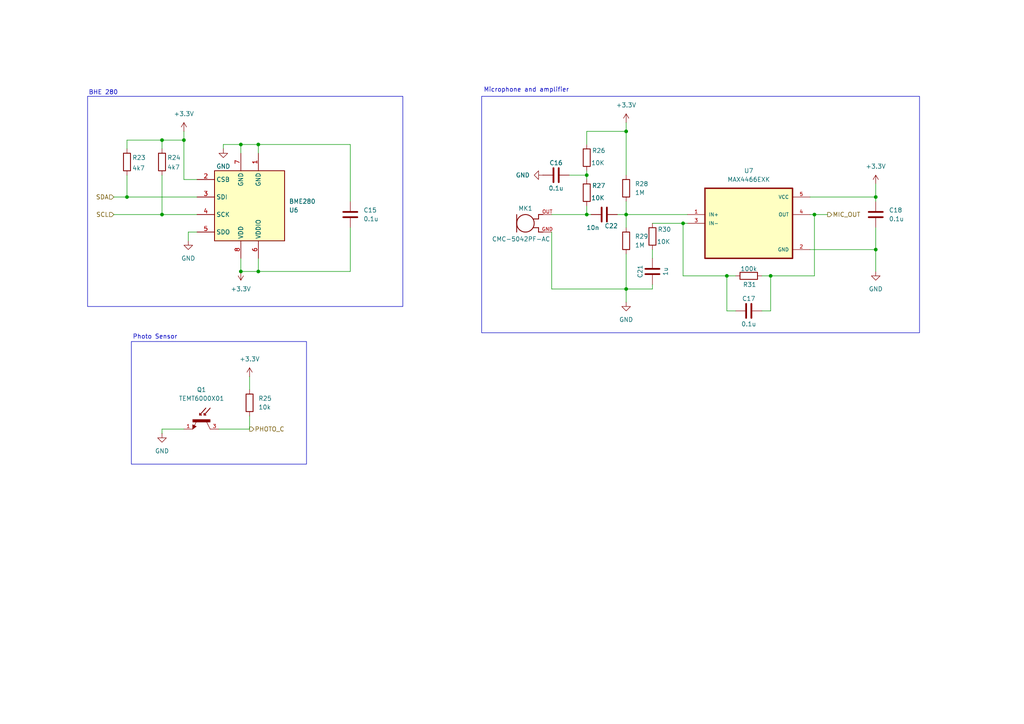
<source format=kicad_sch>
(kicad_sch (version 20250114) (generator "eeschema") (generator_version "9.0")
  (paper "A4")
  (lib_symbols
    (symbol "CMC-5042PF-AC:CMC-5042PF-AC" (pin_names (offset 1.016))
      (property "Reference" "MK" (at -2.5424 5.0848 0))
      (property "Value" "CMC-5042PF-AC" (at -2.5442 -6.3606 0))
      (symbol "CMC-5042PF-AC_0_0"
        (polyline (pts (xy -2.54 2.54) (xy -2.54 -2.54)) (stroke (width 0.254)))
        (circle (center 0 0) (radius 2.54) (stroke (width 0.254)))
        (polyline (pts (xy 3.81 2.54) (xy 3.81 1.27)) (stroke (width 0.254)))
        (polyline (pts (xy 3.81 1.27) (xy 2.2352 1.27)) (stroke (width 0.254)))
        (polyline (pts (xy 3.81 -1.27) (xy 2.2352 -1.27)) (stroke (width 0.254)))
        (polyline (pts (xy 3.81 -2.54) (xy 3.81 -1.27)) (stroke (width 0.254)))
        (polyline (pts (xy 5.08 2.54) (xy 3.81 2.54)) (stroke (width 0.254)))
        (polyline (pts (xy 5.08 -2.54) (xy 3.81 -2.54)) (stroke (width 0.254)))
        (pin output line (at 7.62 2.54 180) (length 2.54) (name "~") (number "OUT"))
        (pin power_in line (at 7.62 -2.54 180) (length 2.54) (name "~") (number "GND"))
      )
    )
    (symbol "Device:C" (pin_numbers (hide yes)) (pin_names (offset 0.254))
      (property "Reference" "C" (at 0.635 2.54 0))
      (property "Value" "C" (at 0.635 -2.54 0))
      (symbol "C_0_1"
        (polyline (pts (xy -2.032 0.762) (xy 2.032 0.762)) (stroke (width 0.508)))
        (polyline (pts (xy -2.032 -0.762) (xy 2.032 -0.762)) (stroke (width 0.508)))
      )
      (symbol "C_1_1"
        (pin passive line (at 0 3.81 270) (length 2.794) (name "~") (number "1"))
        (pin passive line (at 0 -3.81 90) (length 2.794) (name "~") (number "2"))
      )
    )
    (symbol "Device:R" (pin_numbers (hide yes)) (pin_names (offset 0))
      (property "Reference" "R" (at 2.032 0 90))
      (property "Value" "R" (at 0 0 90))
      (symbol "R_0_1"
        (rectangle (start -1.016 -2.54) (end 1.016 2.54) (stroke (width 0.254)))
      )
      (symbol "R_1_1"
        (pin passive line (at 0 3.81 270) (length 1.27) (name "~") (number "1"))
        (pin passive line (at 0 -3.81 90) (length 1.27) (name "~") (number "2"))
      )
    )
    (symbol "MAX4466EXK:MAX4466EXK" (pin_names (offset 1.016))
      (property "Reference" "U" (at -12.7 11.16 0))
      (property "Value" "MAX4466EXK" (at -12.7 -14.16 0))
      (symbol "MAX4466EXK_0_0"
        (rectangle (start -12.7 -10.16) (end 12.7 10.16) (stroke (width 0.41)) (fill (type background)))
        (pin input line (at -17.78 2.54 0) (length 5.08) (name "IN+") (number "1"))
        (pin input line (at -17.78 0 0) (length 5.08) (name "IN-") (number "3"))
        (pin power_in line (at 17.78 7.62 180) (length 5.08) (name "VCC") (number "5"))
        (pin output line (at 17.78 2.54 180) (length 5.08) (name "OUT") (number "4"))
        (pin power_in line (at 17.78 -7.62 180) (length 5.08) (name "GND") (number "2"))
      )
    )
    (symbol "Sensor:BME280"
      (property "Reference" "U" (at -8.89 11.43 0))
      (property "Value" "BME280" (at 7.62 11.43 0))
      (symbol "BME280_0_1"
        (rectangle (start -10.16 10.16) (end 10.16 -10.16) (stroke (width 0.254)) (fill (type background)))
      )
      (symbol "BME280_1_1"
        (pin power_in line (at -2.54 15.24 270) (length 5.08) (name "VDDIO") (number "6"))
        (pin power_in line (at -2.54 -15.24 90) (length 5.08) (name "GND") (number "1"))
        (pin power_in line (at 2.54 15.24 270) (length 5.08) (name "VDD") (number "8"))
        (pin power_in line (at 2.54 -15.24 90) (length 5.08) (name "GND") (number "7"))
        (pin bidirectional line (at 15.24 7.62 180) (length 5.08) (name "SDO") (number "5"))
        (pin input line (at 15.24 2.54 180) (length 5.08) (name "SCK") (number "4"))
        (pin bidirectional line (at 15.24 -2.54 180) (length 5.08) (name "SDI") (number "3"))
        (pin input line (at 15.24 -7.62 180) (length 5.08) (name "CSB") (number "2"))
      )
    )
    (symbol "TEMT6000X01:TEMT6000X01" (pin_names (offset 1.016))
      (property "Reference" "Q" (at 5.0999 0 0))
      (property "Value" "TEMT6000X01" (at 5.0887 -2.5444 0))
      (symbol "TEMT6000X01_0_0"
        (polyline (pts (xy -3.556 2.54) (xy -1.524 0.762)) (stroke (width 0.254)))
        (polyline (pts (xy -3.556 1.27) (xy -1.524 -0.508)) (stroke (width 0.254)))
        (polyline (pts (xy -2.032 0.762) (xy -1.524 1.27)) (stroke (width 0.254)))
        (polyline (pts (xy -2.032 -0.508) (xy -1.524 0)) (stroke (width 0.254)))
        (polyline (pts (xy -1.524 1.27) (xy -1.524 0.762)) (stroke (width 0.254)))
        (polyline (pts (xy -1.524 0.762) (xy -2.032 0.762)) (stroke (width 0.254)))
        (polyline (pts (xy -1.524 0) (xy -1.524 -0.508)) (stroke (width 0.254)))
        (polyline (pts (xy -1.524 -0.508) (xy -2.032 -0.508)) (stroke (width 0.254)))
        (rectangle (start -0.2547 -2.5468) (end 0.508 2.54) (stroke (width 0.1)) (fill (type outline)))
        (polyline (pts (xy 1.27 -2.54) (xy 1.778 -1.524)) (stroke (width 0.1524)))
        (polyline (pts (xy 1.524 -2.286) (xy 1.905 -2.286)) (stroke (width 0.254)))
        (polyline (pts (xy 1.524 -2.413) (xy 2.286 -2.413)) (stroke (width 0.254)))
        (polyline (pts (xy 1.54 -2.04) (xy 0.308 -1.424)) (stroke (width 0.1524)))
        (polyline (pts (xy 1.778 -1.524) (xy 2.54 -2.54)) (stroke (width 0.1524)))
        (polyline (pts (xy 1.778 -1.778) (xy 1.524 -2.286)) (stroke (width 0.254)))
        (polyline (pts (xy 1.905 -2.286) (xy 1.778 -2.032)) (stroke (width 0.254)))
        (polyline (pts (xy 2.286 -2.413) (xy 1.778 -1.778)) (stroke (width 0.254)))
        (polyline (pts (xy 2.54 2.54) (xy 0.508 1.524)) (stroke (width 0.1524)))
        (polyline (pts (xy 2.54 -2.54) (xy 1.27 -2.54)) (stroke (width 0.1524)))
        (pin passive line (at 2.54 5.08 270) (length 2.54) (name "~") (number "3"))
        (pin passive line (at 2.54 -5.08 90) (length 2.54) (name "~") (number "1"))
      )
    )
    (symbol "power:+3.3V" (power) (pin_numbers (hide yes)) (pin_names (offset 0) (hide yes))
      (property "Value" "+3.3V" (at 0 3.556 0))
      (symbol "+3.3V_0_1"
        (polyline (pts (xy -0.762 1.27) (xy 0 2.54)))
        (polyline (pts (xy 0 2.54) (xy 0.762 1.27)))
        (polyline (pts (xy 0 0) (xy 0 2.54)))
      )
      (symbol "+3.3V_1_1"
        (pin power_in line (at 0 0 90) (length 0) (name "~") (number "1"))
      )
    )
    (symbol "power:GND" (power) (pin_numbers (hide yes)) (pin_names (offset 0) (hide yes))
      (property "Value" "GND" (at 0 -3.81 0))
      (symbol "GND_0_1"
        (polyline (pts (xy 0 0) (xy 0 -1.27) (xy 1.27 -1.27) (xy 0 -2.54) (xy -1.27 -1.27) (xy 0 -1.27)))
      )
      (symbol "GND_1_1"
        (pin power_in line (at 0 0 270) (length 0) (name "~") (number "1"))
      )
    )
  )
  (rectangle (start 25.4 27.94) (end 116.84 88.9))
  (rectangle (start 139.7 27.94) (end 266.7 96.52))
  (rectangle (start 38.1 99.06) (end 88.9 134.62))
  (text "Microphone and amplifier " (at 153.162 26.162 0) (effects (font (size 1.27 1.27))))
  (text "Photo Sensor \n" (at 45.466 97.79 0) (effects (font (size 1.27 1.27))))
  (text "BHE 280\n" (at 29.972 26.924 0) (effects (font (size 1.27 1.27))))
  (junction (at 53.34 40.64))
  (junction (at 254 72.39))
  (junction (at 69.85 78.74))
  (junction (at 36.83 57.15))
  (junction (at 74.93 41.91))
  (junction (at 46.99 62.23))
  (junction (at 170.18 50.8))
  (junction (at 46.99 40.64))
  (junction (at 69.85 41.91))
  (junction (at 170.18 62.23))
  (junction (at 181.61 83.82))
  (junction (at 223.52 80.01))
  (junction (at 210.82 80.01))
  (junction (at 181.61 62.23))
  (junction (at 198.12 64.77))
  (junction (at 74.93 78.74))
  (junction (at 236.22 62.23))
  (junction (at 254 57.15))
  (junction (at 181.61 38.1))
  (wire (pts (xy 189.23 72.39) (xy 189.23 74.93)))
  (wire (pts (xy 170.18 38.1) (xy 170.18 41.91)))
  (wire (pts (xy 74.93 78.74) (xy 101.6 78.74)))
  (wire (pts (xy 69.85 41.91) (xy 74.93 41.91)))
  (wire (pts (xy 213.36 90.17) (xy 210.82 90.17)))
  (wire (pts (xy 57.15 67.31) (xy 54.61 67.31)))
  (wire (pts (xy 181.61 73.66) (xy 181.61 83.82)))
  (wire (pts (xy 210.82 90.17) (xy 210.82 80.01)))
  (wire (pts (xy 234.95 62.23) (xy 236.22 62.23)))
  (wire (pts (xy 36.83 40.64) (xy 46.99 40.64)))
  (wire (pts (xy 165.1 50.8) (xy 170.18 50.8)))
  (wire (pts (xy 181.61 58.42) (xy 181.61 62.23)))
  (wire (pts (xy 63.5 124.46) (xy 72.39 124.46)))
  (wire (pts (xy 223.52 80.01) (xy 223.52 90.17)))
  (wire (pts (xy 46.99 50.8) (xy 46.99 62.23)))
  (wire (pts (xy 69.85 78.74) (xy 74.93 78.74)))
  (wire (pts (xy 101.6 41.91) (xy 101.6 58.42)))
  (wire (pts (xy 236.22 80.01) (xy 236.22 62.23)))
  (wire (pts (xy 46.99 40.64) (xy 46.99 43.18)))
  (wire (pts (xy 189.23 82.55) (xy 189.23 83.82)))
  (wire (pts (xy 160.02 62.23) (xy 170.18 62.23)))
  (wire (pts (xy 181.61 62.23) (xy 199.39 62.23)))
  (wire (pts (xy 46.99 124.46) (xy 53.34 124.46)))
  (wire (pts (xy 64.77 41.91) (xy 69.85 41.91)))
  (wire (pts (xy 198.12 80.01) (xy 210.82 80.01)))
  (wire (pts (xy 181.61 38.1) (xy 181.61 50.8)))
  (wire (pts (xy 170.18 49.53) (xy 170.18 50.8)))
  (wire (pts (xy 36.83 57.15) (xy 57.15 57.15)))
  (wire (pts (xy 69.85 44.45) (xy 69.85 41.91)))
  (wire (pts (xy 254 72.39) (xy 254 78.74)))
  (wire (pts (xy 64.77 43.18) (xy 64.77 41.91)))
  (wire (pts (xy 179.07 62.23) (xy 181.61 62.23)))
  (wire (pts (xy 198.12 64.77) (xy 199.39 64.77)))
  (wire (pts (xy 69.85 74.93) (xy 69.85 78.74)))
  (wire (pts (xy 181.61 38.1) (xy 170.18 38.1)))
  (wire (pts (xy 36.83 43.18) (xy 36.83 40.64)))
  (wire (pts (xy 223.52 80.01) (xy 236.22 80.01)))
  (wire (pts (xy 160.02 83.82) (xy 181.61 83.82)))
  (wire (pts (xy 254 57.15) (xy 254 58.42)))
  (wire (pts (xy 74.93 41.91) (xy 101.6 41.91)))
  (wire (pts (xy 36.83 50.8) (xy 36.83 57.15)))
  (wire (pts (xy 236.22 62.23) (xy 240.03 62.23)))
  (wire (pts (xy 33.02 62.23) (xy 46.99 62.23)))
  (wire (pts (xy 254 72.39) (xy 234.95 72.39)))
  (wire (pts (xy 74.93 74.93) (xy 74.93 78.74)))
  (wire (pts (xy 181.61 62.23) (xy 181.61 66.04)))
  (wire (pts (xy 72.39 124.46) (xy 72.39 120.65)))
  (wire (pts (xy 74.93 41.91) (xy 74.93 44.45)))
  (wire (pts (xy 220.98 90.17) (xy 223.52 90.17)))
  (wire (pts (xy 213.36 80.01) (xy 210.82 80.01)))
  (wire (pts (xy 160.02 67.31) (xy 160.02 83.82)))
  (wire (pts (xy 254 66.04) (xy 254 72.39)))
  (wire (pts (xy 170.18 62.23) (xy 171.45 62.23)))
  (wire (pts (xy 54.61 67.31) (xy 54.61 69.85)))
  (wire (pts (xy 46.99 40.64) (xy 53.34 40.64)))
  (wire (pts (xy 234.95 57.15) (xy 254 57.15)))
  (wire (pts (xy 254 53.34) (xy 254 57.15)))
  (wire (pts (xy 189.23 64.77) (xy 198.12 64.77)))
  (wire (pts (xy 170.18 50.8) (xy 170.18 52.07)))
  (wire (pts (xy 181.61 87.63) (xy 181.61 83.82)))
  (wire (pts (xy 220.98 80.01) (xy 223.52 80.01)))
  (wire (pts (xy 170.18 59.69) (xy 170.18 62.23)))
  (wire (pts (xy 53.34 52.07) (xy 57.15 52.07)))
  (wire (pts (xy 53.34 40.64) (xy 53.34 52.07)))
  (wire (pts (xy 46.99 125.73) (xy 46.99 124.46)))
  (wire (pts (xy 46.99 62.23) (xy 57.15 62.23)))
  (wire (pts (xy 181.61 35.56) (xy 181.61 38.1)))
  (wire (pts (xy 101.6 66.04) (xy 101.6 78.74)))
  (wire (pts (xy 72.39 109.22) (xy 72.39 113.03)))
  (wire (pts (xy 33.02 57.15) (xy 36.83 57.15)))
  (wire (pts (xy 198.12 64.77) (xy 198.12 80.01)))
  (wire (pts (xy 189.23 83.82) (xy 181.61 83.82)))
  (wire (pts (xy 53.34 38.1) (xy 53.34 40.64)))
  (hierarchical_label "SDA" (shape input) (at 33.02 57.15 180))
  (hierarchical_label "PHOTO_C" (shape output) (at 72.39 124.46 0))
  (hierarchical_label "MIC_OUT" (shape output) (at 240.03 62.23 0))
  (hierarchical_label "SCL" (shape input) (at 33.02 62.23 180))
  (symbol (lib_id "Device:R") (at 217.17 80.01 90) (unit 1)
    (property "Reference" "R31" (at 217.424 82.55 90))
    (property "Value" "100k" (at 217.17 77.978 90))
    (property "Footprint" "Resistor_SMD:R_0805_2012Metric" (effects (hide yes)))
    (property "Description" "Resistor" (effects (hide yes)))
  )
  (symbol (lib_id "power:GND") (at 46.99 125.73 0) (unit 1)
    (property "Reference" "#PWR040" (effects (hide yes)))
    (property "Value" "GND" (at 46.99 130.81 0))
    (property "Description" "Power symbol creates a global label with name \"GND\" , ground" (effects (hide yes)))
  )
  (symbol (lib_id "Device:R") (at 181.61 54.61 0) (unit 1)
    (property "Reference" "R28" (at 184.15 53.3399 0) (effects (justify left)))
    (property "Value" "1M" (at 184.15 55.8799 0) (effects (justify left)))
    (property "Footprint" "Resistor_SMD:R_0805_2012Metric" (effects (hide yes)))
    (property "Description" "Resistor" (effects (hide yes)))
  )
  (symbol (lib_id "power:+3.3V") (at 181.61 35.56 0) (unit 1)
    (property "Reference" "#PWR047" (effects (hide yes)))
    (property "Value" "+3.3V" (at 181.61 30.48 0))
    (property "Description" "Power symbol creates a global label with name \"+3.3V\"" (effects (hide yes)))
  )
  (symbol (lib_id "Device:C") (at 254 62.23 0) (unit 1)
    (property "Reference" "C18" (at 257.81 60.9599 0) (effects (justify left)))
    (property "Value" "0.1u" (at 257.81 63.4999 0) (effects (justify left)))
    (property "Footprint" "Capacitor_SMD:C_0805_2012Metric" (effects (hide yes)))
    (property "Description" "Unpolarized capacitor" (effects (hide yes)))
  )
  (symbol (lib_id "Device:R") (at 189.23 68.58 0) (unit 1)
    (property "Reference" "R30" (at 190.754 66.548 0) (effects (justify left)))
    (property "Value" "10K" (at 190.5 70.104 0) (effects (justify left)))
    (property "Footprint" "Resistor_SMD:R_0805_2012Metric" (effects (hide yes)))
    (property "Description" "Resistor" (effects (hide yes)))
  )
  (symbol (lib_id "Device:C") (at 175.26 62.23 270) (unit 1)
    (property "Reference" "C22" (at 177.292 65.532 90))
    (property "Value" "10n" (at 171.958 66.04 90))
    (property "Footprint" "Capacitor_SMD:C_0805_2012Metric" (effects (hide yes)))
    (property "Description" "Unpolarized capacitor" (effects (hide yes)))
  )
  (symbol (lib_id "Device:R") (at 46.99 46.99 0) (unit 1)
    (property "Reference" "R24" (at 48.514 45.72 0) (effects (justify left)))
    (property "Value" "4k7" (at 48.514 48.514 0) (effects (justify left)))
    (property "Footprint" "Resistor_SMD:R_0805_2012Metric" (effects (hide yes)))
    (property "Description" "Resistor" (effects (hide yes)))
  )
  (symbol (lib_id "Device:R") (at 36.83 46.99 0) (unit 1)
    (property "Reference" "R23" (at 38.354 45.72 0) (effects (justify left)))
    (property "Value" "4k7" (at 38.354 48.768 0) (effects (justify left)))
    (property "Footprint" "Resistor_SMD:R_0805_2012Metric" (effects (hide yes)))
    (property "Description" "Resistor" (effects (hide yes)))
  )
  (symbol (lib_id "power:GND") (at 54.61 69.85 0) (unit 1)
    (property "Reference" "#PWR042" (effects (hide yes)))
    (property "Value" "GND" (at 54.61 74.93 0))
    (property "Description" "Power symbol creates a global label with name \"GND\" , ground" (effects (hide yes)))
  )
  (symbol (lib_id "power:GND") (at 181.61 87.63 0) (unit 1)
    (property "Reference" "#PWR048" (effects (hide yes)))
    (property "Value" "GND" (at 181.61 92.71 0))
    (property "Description" "Power symbol creates a global label with name \"GND\" , ground" (effects (hide yes)))
  )
  (symbol (lib_id "Device:R") (at 72.39 116.84 0) (unit 1)
    (property "Reference" "R25" (at 74.93 115.5699 0) (effects (justify left)))
    (property "Value" "10k" (at 74.93 118.1099 0) (effects (justify left)))
    (property "Footprint" "Resistor_SMD:R_0805_2012Metric" (effects (hide yes)))
    (property "Description" "Resistor" (effects (hide yes)))
  )
  (symbol (lib_id "power:+3.3V") (at 53.34 38.1 0) (unit 1)
    (property "Reference" "#PWR041" (effects (hide yes)))
    (property "Value" "+3.3V" (at 53.34 33.02 0))
    (property "Description" "Power symbol creates a global label with name \"+3.3V\"" (effects (hide yes)))
  )
  (symbol (lib_id "CMC-5042PF-AC:CMC-5042PF-AC") (at 152.4 64.77 0) (unit 1)
    (property "Reference" "MK1" (at 152.4 60.452 0))
    (property "Value" "CMC-5042PF-AC" (at 151.13 69.342 0))
    (property "Footprint" "MC_ESP32:CUI_CMC-5042PF-AC" (effects (hide yes)))
    (property "MF" "Same Sky" (effects (hide yes)))
    (property "Description_1" "6.0 mm, Omnidirectional, PCB Mount, 2.0 Vdc, Electret Condenser Microphone" (effects (hide yes)))
    (property "Package" "None" (effects (hide yes)))
    (property "Price" "None" (effects (hide yes)))
    (property "Check_prices" "https://www.snapeda.com/parts/CMC-5042PF-AC/Same+Sky/view-part/?ref=eda" (effects (hide yes)))
    (property "STANDARD" "Manufacturer recommendations" (effects (hide yes)))
    (property "SnapEDA_Link" "https://www.snapeda.com/parts/CMC-5042PF-AC/Same+Sky/view-part/?ref=snap" (effects (hide yes)))
    (property "MP" "CMC-5042PF-AC" (effects (hide yes)))
    (property "Availability" "In Stock" (effects (hide yes)))
    (property "MANUFACTURER" "CUI INC" (effects (hide yes)))
  )
  (symbol (lib_id "Device:C") (at 161.29 50.8 90) (unit 1)
    (property "Reference" "C16" (at 161.29 47.244 90))
    (property "Value" "0.1u" (at 161.29 54.61 90))
    (property "Footprint" "Capacitor_SMD:C_0805_2012Metric" (effects (hide yes)))
    (property "Description" "Unpolarized capacitor" (effects (hide yes)))
  )
  (symbol (lib_id "power:GND") (at 254 78.74 0) (unit 1)
    (property "Reference" "#PWR050" (effects (hide yes)))
    (property "Value" "GND" (at 254 83.82 0))
    (property "Description" "Power symbol creates a global label with name \"GND\" , ground" (effects (hide yes)))
  )
  (symbol (lib_id "power:GND") (at 157.48 50.8 270) (unit 1)
    (property "Reference" "#PWR046" (effects (hide yes)))
    (property "Value" "GND" (at 153.67 50.7999 90) (effects (justify right)))
    (property "Description" "Power symbol creates a global label with name \"GND\" , ground" (effects (hide yes)))
  )
  (symbol (lib_id "MAX4466EXK:MAX4466EXK") (at 217.17 64.77 0) (unit 1)
    (property "Reference" "U7" (at 217.17 49.53 0))
    (property "Value" "MAX4466EXK" (at 217.17 52.07 0))
    (property "Footprint" "MC_ESP32:SOT65P210X110-5N" (effects (hide yes)))
    (property "MF" "Analog Devices" (effects (hide yes)))
    (property "Description_1" "Amplifier IC 1-Channel (Mono) Class AB SC-70-5" (effects (hide yes)))
    (property "Package" "SC-70-5 Maxim" (effects (hide yes)))
    (property "Price" "None" (effects (hide yes)))
    (property "SnapEDA_Link" "https://www.snapeda.com/parts/MAX4466EXK/Analog+Devices/view-part/?ref=snap" (effects (hide yes)))
    (property "MP" "MAX4466EXK" (effects (hide yes)))
    (property "Availability" "In Stock" (effects (hide yes)))
    (property "Check_prices" "https://www.snapeda.com/parts/MAX4466EXK/Analog+Devices/view-part/?ref=eda" (effects (hide yes)))
  )
  (symbol (lib_id "Sensor:BME280") (at 72.39 59.69 180) (unit 1)
    (property "Reference" "U6" (at 83.82 60.9601 0) (effects (justify right)))
    (property "Value" "BME280" (at 83.82 58.4201 0) (effects (justify right)))
    (property "Footprint" "Package_LGA:Bosch_LGA-8_3x3mm_P0.8mm_ClockwisePinNumbering" (effects (hide yes)))
    (property "Datasheet" "https://www.bosch-sensortec.com/media/boschsensortec/downloads/datasheets/bst-bme280-ds002.pdf" (effects (hide yes)))
    (property "Description" "3-in-1 sensor, humidity, pressure, temperature, I2C and SPI interface, 1.71-3.6V, LGA-8" (effects (hide yes)))
  )
  (symbol (lib_id "Device:R") (at 170.18 45.72 0) (unit 1)
    (property "Reference" "R26" (at 171.704 43.688 0) (effects (justify left)))
    (property "Value" "10K" (at 171.45 47.244 0) (effects (justify left)))
    (property "Footprint" "Resistor_SMD:R_0805_2012Metric" (effects (hide yes)))
    (property "Description" "Resistor" (effects (hide yes)))
  )
  (symbol (lib_id "power:GND") (at 64.77 43.18 0) (unit 1)
    (property "Reference" "#PWR043" (effects (hide yes)))
    (property "Value" "GND" (at 64.77 48.26 0))
    (property "Description" "Power symbol creates a global label with name \"GND\" , ground" (effects (hide yes)))
  )
  (symbol (lib_id "power:+3.3V") (at 69.85 78.74 180) (unit 1)
    (property "Reference" "#PWR044" (effects (hide yes)))
    (property "Value" "+3.3V" (at 69.85 83.82 0))
    (property "Description" "Power symbol creates a global label with name \"+3.3V\"" (effects (hide yes)))
  )
  (symbol (lib_id "Device:R") (at 170.18 55.88 0) (unit 1)
    (property "Reference" "R27" (at 171.704 53.848 0) (effects (justify left)))
    (property "Value" "10K" (at 171.45 57.404 0) (effects (justify left)))
    (property "Footprint" "Resistor_SMD:R_0805_2012Metric" (effects (hide yes)))
    (property "Description" "Resistor" (effects (hide yes)))
  )
  (symbol (lib_id "TEMT6000X01:TEMT6000X01") (at 58.42 121.92 270) (unit 1)
    (property "Reference" "Q1" (at 58.4454 113.03 90))
    (property "Value" "TEMT6000X01" (at 58.4454 115.57 90))
    (property "Footprint" "MC_ESP32:TRANS_TEMT6000X01" (effects (hide yes)))
    (property "DigiKey_Part_Number" "751-1055-2-ND" (effects (hide yes)))
    (property "SnapEDA_Link" "https://www.snapeda.com/parts/TEMT6000X01/Vishay/view-part/?ref=snap" (effects (hide yes)))
    (property "Description_1" "Phototransistors 570nm Top View 1206 (3216 Metric)" (effects (hide yes)))
    (property "Package" "1206 Vishay" (effects (hide yes)))
    (property "Check_prices" "https://www.snapeda.com/parts/TEMT6000X01/Vishay/view-part/?ref=eda" (effects (hide yes)))
    (property "STANDARD" "Manufacturer Recommendations" (effects (hide yes)))
    (property "PARTREV" "1.9" (effects (hide yes)))
    (property "MF" "Vishay Semiconductor" (effects (hide yes)))
    (property "MP" "TEMT6000X01" (effects (hide yes)))
    (property "MANUFACTURER" "VISHAY" (effects (hide yes)))
  )
  (symbol (lib_id "power:+3.3V") (at 72.39 109.22 0) (unit 1)
    (property "Reference" "#PWR045" (effects (hide yes)))
    (property "Value" "+3.3V" (at 72.39 104.14 0))
    (property "Description" "Power symbol creates a global label with name \"+3.3V\"" (effects (hide yes)))
  )
  (symbol (lib_id "Device:C") (at 189.23 78.74 180) (unit 1)
    (property "Reference" "C21" (at 185.674 78.74 90))
    (property "Value" "1u" (at 193.04 78.74 90))
    (property "Footprint" "Capacitor_SMD:C_0805_2012Metric" (effects (hide yes)))
    (property "Description" "Unpolarized capacitor" (effects (hide yes)))
  )
  (symbol (lib_id "Device:R") (at 181.61 69.85 0) (unit 1)
    (property "Reference" "R29" (at 184.15 68.5799 0) (effects (justify left)))
    (property "Value" "1M" (at 184.15 71.1199 0) (effects (justify left)))
    (property "Footprint" "Resistor_SMD:R_0805_2012Metric" (effects (hide yes)))
    (property "Description" "Resistor" (effects (hide yes)))
  )
  (symbol (lib_id "power:+3.3V") (at 254 53.34 0) (unit 1)
    (property "Reference" "#PWR049" (effects (hide yes)))
    (property "Value" "+3.3V" (at 254 48.26 0))
    (property "Description" "Power symbol creates a global label with name \"+3.3V\"" (effects (hide yes)))
  )
  (symbol (lib_id "Device:C") (at 101.6 62.23 0) (unit 1)
    (property "Reference" "C15" (at 105.41 60.9599 0) (effects (justify left)))
    (property "Value" "0.1u" (at 105.41 63.4999 0) (effects (justify left)))
    (property "Footprint" "Capacitor_SMD:C_0805_2012Metric" (effects (hide yes)))
    (property "Description" "Unpolarized capacitor" (effects (hide yes)))
  )
  (symbol (lib_id "Device:C") (at 217.17 90.17 90) (unit 1)
    (property "Reference" "C17" (at 217.17 86.614 90))
    (property "Value" "0.1u" (at 217.17 93.98 90))
    (property "Footprint" "Capacitor_SMD:C_0805_2012Metric" (effects (hide yes)))
    (property "Description" "Unpolarized capacitor" (effects (hide yes)))
  )
)
</source>
